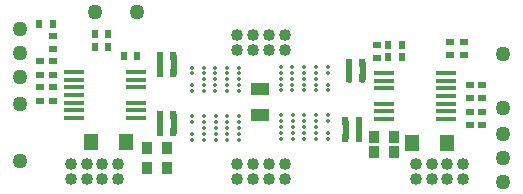
<source format=gbr>
G04 #@! TF.GenerationSoftware,KiCad,Pcbnew,(5.0.0)*
G04 #@! TF.CreationDate,2019-06-25T10:28:51-07:00*
G04 #@! TF.ProjectId,Buffer,4275666665722E6B696361645F706362,rev?*
G04 #@! TF.SameCoordinates,Original*
G04 #@! TF.FileFunction,Soldermask,Top*
G04 #@! TF.FilePolarity,Negative*
%FSLAX46Y46*%
G04 Gerber Fmt 4.6, Leading zero omitted, Abs format (unit mm)*
G04 Created by KiCad (PCBNEW (5.0.0)) date 06/25/19 10:28:51*
%MOMM*%
%LPD*%
G01*
G04 APERTURE LIST*
%ADD10C,1.016000*%
%ADD11R,1.750000X0.300000*%
%ADD12C,1.270000*%
%ADD13R,1.500000X1.016000*%
%ADD14R,0.711000X0.508000*%
%ADD15R,0.508000X0.711000*%
%ADD16R,0.889000X1.000000*%
%ADD17R,1.300000X1.400000*%
%ADD18C,0.350000*%
%ADD19C,0.254000*%
G04 APERTURE END LIST*
D10*
G04 #@! TO.C,TP2*
X19750000Y12300000D03*
G04 #@! TD*
D11*
G04 #@! TO.C,Inf1*
X9854000Y6548200D03*
X9854000Y7198200D03*
X9854000Y7848200D03*
X9854000Y9148200D03*
X9854000Y9798200D03*
X4604000Y6548200D03*
X4604000Y7198200D03*
X4604000Y7848200D03*
X4604000Y8498200D03*
X4604000Y9148200D03*
X4604000Y9798200D03*
X4604000Y10448200D03*
X9854000Y10448200D03*
G04 #@! TD*
G04 #@! TO.C,Inf2*
X30850300Y6468200D03*
X36100300Y6468200D03*
X36100300Y7118200D03*
X36100300Y7768200D03*
X36100300Y8418200D03*
X36100300Y9068200D03*
X36100300Y9718200D03*
X36100300Y10368200D03*
X30850300Y7118200D03*
X30850300Y7768200D03*
X30850300Y9068200D03*
X30850300Y9718200D03*
X30850300Y10368200D03*
G04 #@! TD*
D12*
G04 #@! TO.C,TP1*
X9906000Y15494000D03*
G04 #@! TD*
D10*
G04 #@! TO.C,TP2*
X21082000Y12334900D03*
G04 #@! TD*
G04 #@! TO.C,TP2*
X18415000Y12334900D03*
G04 #@! TD*
G04 #@! TO.C,TP2*
X18415000Y13604900D03*
G04 #@! TD*
G04 #@! TO.C,TP2*
X22415500Y12334900D03*
G04 #@! TD*
G04 #@! TO.C,TP2*
X21082000Y13604900D03*
G04 #@! TD*
G04 #@! TO.C,TP2*
X22415500Y13604900D03*
G04 #@! TD*
G04 #@! TO.C,TP2*
X19748500Y13604900D03*
G04 #@! TD*
G04 #@! TO.C,TP2*
X21082000Y1397000D03*
G04 #@! TD*
G04 #@! TO.C,TP2*
X22415500Y1397000D03*
G04 #@! TD*
G04 #@! TO.C,TP2*
X8318500Y1397000D03*
G04 #@! TD*
G04 #@! TO.C,TP2*
X37528500Y1397000D03*
G04 #@! TD*
G04 #@! TO.C,TP2*
X36195000Y1397000D03*
G04 #@! TD*
G04 #@! TO.C,TP2*
X33528000Y2667000D03*
G04 #@! TD*
G04 #@! TO.C,TP2*
X33528000Y1397000D03*
G04 #@! TD*
G04 #@! TO.C,TP2*
X36195000Y2667000D03*
G04 #@! TD*
G04 #@! TO.C,TP2*
X34861500Y2667000D03*
G04 #@! TD*
G04 #@! TO.C,TP2*
X34861500Y1397000D03*
G04 #@! TD*
G04 #@! TO.C,TP2*
X37528500Y2667000D03*
G04 #@! TD*
D12*
G04 #@! TO.C,TP11*
X40894000Y7366000D03*
G04 #@! TD*
D10*
G04 #@! TO.C,TP2*
X19748500Y1397000D03*
G04 #@! TD*
G04 #@! TO.C,TP2*
X18415000Y1397000D03*
G04 #@! TD*
G04 #@! TO.C,TP2*
X22415500Y2667000D03*
G04 #@! TD*
G04 #@! TO.C,TP2*
X21082000Y2667000D03*
G04 #@! TD*
G04 #@! TO.C,TP2*
X19748500Y2667000D03*
G04 #@! TD*
G04 #@! TO.C,TP2*
X18415000Y2667000D03*
G04 #@! TD*
G04 #@! TO.C,TP2*
X6985000Y2667000D03*
G04 #@! TD*
G04 #@! TO.C,TP2*
X5638800Y2667000D03*
G04 #@! TD*
G04 #@! TO.C,TP2*
X8318500Y2667000D03*
G04 #@! TD*
G04 #@! TO.C,TP2*
X6985000Y1397000D03*
G04 #@! TD*
G04 #@! TO.C,TP2*
X5651500Y1397000D03*
G04 #@! TD*
G04 #@! TO.C,TP2*
X4318000Y2667000D03*
G04 #@! TD*
G04 #@! TO.C,TP2*
X4318000Y1397000D03*
G04 #@! TD*
D13*
G04 #@! TO.C,C13*
X20307300Y6777700D03*
X20307300Y8995700D03*
G04 #@! TD*
D12*
G04 #@! TO.C,TP16*
X0Y12065000D03*
G04 #@! TD*
G04 #@! TO.C,TP15*
X6350000Y15494000D03*
G04 #@! TD*
G04 #@! TO.C,TP17*
X0Y14097000D03*
G04 #@! TD*
G04 #@! TO.C,TP5*
X40894000Y3175000D03*
G04 #@! TD*
G04 #@! TO.C,TP10*
X40894000Y11938000D03*
G04 #@! TD*
G04 #@! TO.C,TP9*
X40894000Y5207000D03*
G04 #@! TD*
G04 #@! TO.C,TP6*
X0Y7731000D03*
G04 #@! TD*
G04 #@! TO.C,TP4*
X40894000Y1143000D03*
G04 #@! TD*
G04 #@! TO.C,TP3*
X0Y2921000D03*
G04 #@! TD*
G04 #@! TO.C,TP2*
X0Y10033000D03*
G04 #@! TD*
D14*
G04 #@! TO.C,C1*
X2794000Y13521000D03*
X2794000Y12387000D03*
G04 #@! TD*
G04 #@! TO.C,C2*
X2800000Y9167000D03*
X2800000Y8033000D03*
G04 #@! TD*
G04 #@! TO.C,C3*
X2800000Y10233000D03*
X2800000Y11367000D03*
G04 #@! TD*
D15*
G04 #@! TO.C,C4*
X8767500Y11811000D03*
X9901500Y11811000D03*
G04 #@! TD*
D16*
G04 #@! TO.C,C5*
X10759561Y4005246D03*
X12459561Y4005246D03*
G04 #@! TD*
G04 #@! TO.C,C6*
X12445693Y2325142D03*
X10745693Y2325142D03*
G04 #@! TD*
G04 #@! TO.C,C7*
X29934800Y4978400D03*
X31634800Y4978400D03*
G04 #@! TD*
D15*
G04 #@! TO.C,C8*
X32317000Y11684000D03*
X31183000Y11684000D03*
G04 #@! TD*
D16*
G04 #@! TO.C,C9*
X31634800Y3632200D03*
X29934800Y3632200D03*
G04 #@! TD*
D14*
G04 #@! TO.C,C10*
X38100000Y5933000D03*
X38100000Y7067000D03*
G04 #@! TD*
G04 #@! TO.C,C11*
X38100000Y8233000D03*
X38100000Y9367000D03*
G04 #@! TD*
G04 #@! TO.C,C12*
X37592000Y11879000D03*
X37592000Y13013000D03*
G04 #@! TD*
D17*
G04 #@! TO.C,D1*
X8943000Y4508500D03*
X6043000Y4508500D03*
G04 #@! TD*
D15*
G04 #@! TO.C,D2*
X11833000Y10400000D03*
X12967000Y10400000D03*
G04 #@! TD*
G04 #@! TO.C,D3*
X12967000Y5400000D03*
X11833000Y5400000D03*
G04 #@! TD*
G04 #@! TO.C,D4*
X28667000Y4900000D03*
X27533000Y4900000D03*
G04 #@! TD*
G04 #@! TO.C,D5*
X28967000Y9900000D03*
X27833000Y9900000D03*
G04 #@! TD*
D17*
G04 #@! TO.C,D6*
X33221000Y4445000D03*
X36121000Y4445000D03*
G04 #@! TD*
D18*
G04 #@! TO.C,Q1*
X14561193Y6700042D03*
X15561193Y6700042D03*
X16561193Y6700042D03*
X17561193Y6700042D03*
X18561193Y6700042D03*
X14561193Y6200042D03*
X15561193Y6200042D03*
X16561193Y6200042D03*
X17561193Y6200042D03*
X18561193Y6200042D03*
X15561193Y5700042D03*
X16561193Y5700042D03*
X17561193Y5700042D03*
X18561193Y5700042D03*
X14561193Y5200042D03*
X15561193Y5200042D03*
X16561193Y5200042D03*
X17561193Y5200042D03*
X18561193Y5200042D03*
X14561193Y4700042D03*
X15561193Y4700042D03*
X16561193Y4700042D03*
X17561193Y4700042D03*
X18561193Y4700042D03*
G04 #@! TD*
G04 #@! TO.C,Q2*
X18548493Y8822342D03*
X17548493Y8822342D03*
X16548493Y8822342D03*
X15548493Y8822342D03*
X14548493Y8822342D03*
X18548493Y9322342D03*
X17548493Y9322342D03*
X16548493Y9322342D03*
X15548493Y9322342D03*
X14548493Y9322342D03*
X18548493Y9822342D03*
X17548493Y9822342D03*
X16548493Y9822342D03*
X15548493Y9822342D03*
X18548493Y10322342D03*
X17548493Y10322342D03*
X16548493Y10322342D03*
X15548493Y10322342D03*
X14548493Y10322342D03*
X18548493Y10822342D03*
X17548493Y10822342D03*
X16548493Y10822342D03*
X15548493Y10822342D03*
X14548493Y10822342D03*
G04 #@! TD*
G04 #@! TO.C,Q3*
X22079200Y6763542D03*
X23079200Y6763542D03*
X24079200Y6763542D03*
X25079200Y6763542D03*
X26079200Y6763542D03*
X22079200Y6263542D03*
X23079200Y6263542D03*
X24079200Y6263542D03*
X25079200Y6263542D03*
X26079200Y6263542D03*
X22079200Y5763542D03*
X23079200Y5763542D03*
X24079200Y5763542D03*
X25079200Y5763542D03*
X22079200Y5263542D03*
X23079200Y5263542D03*
X24079200Y5263542D03*
X25079200Y5263542D03*
X26079200Y5263542D03*
X22079200Y4763542D03*
X23079200Y4763542D03*
X24079200Y4763542D03*
X25079200Y4763542D03*
X26079200Y4763542D03*
G04 #@! TD*
G04 #@! TO.C,Q4*
X26067793Y8885842D03*
X25067793Y8885842D03*
X24067793Y8885842D03*
X23067793Y8885842D03*
X22067793Y8885842D03*
X26067793Y9385842D03*
X25067793Y9385842D03*
X24067793Y9385842D03*
X23067793Y9385842D03*
X22067793Y9385842D03*
X25067793Y9885842D03*
X24067793Y9885842D03*
X23067793Y9885842D03*
X22067793Y9885842D03*
X26067793Y10385842D03*
X25067793Y10385842D03*
X24067793Y10385842D03*
X23067793Y10385842D03*
X22067793Y10385842D03*
X26067793Y10885842D03*
X25067793Y10885842D03*
X24067793Y10885842D03*
X23067793Y10885842D03*
X22067793Y10885842D03*
G04 #@! TD*
D15*
G04 #@! TO.C,R1*
X1638000Y14497000D03*
X2772000Y14497000D03*
G04 #@! TD*
D14*
G04 #@! TO.C,R2*
X1700000Y11367000D03*
X1700000Y10233000D03*
G04 #@! TD*
G04 #@! TO.C,R3*
X1700000Y9167001D03*
X1700000Y8032999D03*
G04 #@! TD*
D15*
G04 #@! TO.C,R4*
X6333000Y13700000D03*
X7467000Y13700000D03*
G04 #@! TD*
G04 #@! TO.C,R5*
X7490001Y12527872D03*
X6356001Y12527872D03*
G04 #@! TD*
G04 #@! TO.C,R6*
X12967000Y11800000D03*
X11833000Y11800000D03*
G04 #@! TD*
G04 #@! TO.C,R7*
X12967000Y6800000D03*
X11833000Y6800000D03*
G04 #@! TD*
G04 #@! TO.C,R8*
X28667000Y6300000D03*
X27533000Y6300000D03*
G04 #@! TD*
G04 #@! TO.C,R9*
X27833000Y11200000D03*
X28967000Y11200000D03*
G04 #@! TD*
G04 #@! TO.C,R10*
X32317000Y12700000D03*
X31183000Y12700000D03*
G04 #@! TD*
D14*
G04 #@! TO.C,R11*
X30226000Y11635942D03*
X30226000Y12769942D03*
G04 #@! TD*
G04 #@! TO.C,R12*
X39100000Y8233000D03*
X39100000Y9367000D03*
G04 #@! TD*
G04 #@! TO.C,R13*
X39100000Y7067000D03*
X39100000Y5933000D03*
G04 #@! TD*
G04 #@! TO.C,R14*
X36449000Y13013000D03*
X36449000Y11879000D03*
G04 #@! TD*
D19*
G36*
X11918803Y11969603D02*
X11963400Y11861937D01*
X11963400Y10337663D01*
X11918803Y10229997D01*
X11836400Y10195864D01*
X11753997Y10229997D01*
X11709400Y10337663D01*
X11709400Y11861937D01*
X11753997Y11969603D01*
X11836400Y12003736D01*
X11918803Y11969603D01*
X11918803Y11969603D01*
G37*
X11918803Y11969603D02*
X11963400Y11861937D01*
X11963400Y10337663D01*
X11918803Y10229997D01*
X11836400Y10195864D01*
X11753997Y10229997D01*
X11709400Y10337663D01*
X11709400Y11861937D01*
X11753997Y11969603D01*
X11836400Y12003736D01*
X11918803Y11969603D01*
G36*
X13051643Y11941271D02*
X13096240Y11833605D01*
X13096240Y10309331D01*
X13051643Y10201665D01*
X12969240Y10167532D01*
X12886837Y10201665D01*
X12842240Y10309331D01*
X12842240Y11833605D01*
X12886837Y11941271D01*
X12969240Y11975404D01*
X13051643Y11941271D01*
X13051643Y11941271D01*
G37*
X13051643Y11941271D02*
X13096240Y11833605D01*
X13096240Y10309331D01*
X13051643Y10201665D01*
X12969240Y10167532D01*
X12886837Y10201665D01*
X12842240Y10309331D01*
X12842240Y11833605D01*
X12886837Y11941271D01*
X12969240Y11975404D01*
X13051643Y11941271D01*
G36*
X11914839Y6974539D02*
X11958320Y6869567D01*
X11958320Y5330139D01*
X11914212Y5224029D01*
X11833150Y5190810D01*
X11751560Y5225025D01*
X11707535Y5332243D01*
X11711271Y6869301D01*
X11755063Y6974483D01*
X11835088Y7007573D01*
X11914839Y6974539D01*
X11914839Y6974539D01*
G37*
X11914839Y6974539D02*
X11958320Y6869567D01*
X11958320Y5330139D01*
X11914212Y5224029D01*
X11833150Y5190810D01*
X11751560Y5225025D01*
X11707535Y5332243D01*
X11711271Y6869301D01*
X11755063Y6974483D01*
X11835088Y7007573D01*
X11914839Y6974539D01*
G36*
X13050219Y6982159D02*
X13093700Y6877187D01*
X13093700Y5337759D01*
X13049592Y5231649D01*
X12968530Y5198430D01*
X12886940Y5232645D01*
X12842915Y5339863D01*
X12846651Y6876921D01*
X12890443Y6982103D01*
X12970468Y7015193D01*
X13050219Y6982159D01*
X13050219Y6982159D01*
G37*
X13050219Y6982159D02*
X13093700Y6877187D01*
X13093700Y5337759D01*
X13049592Y5231649D01*
X12968530Y5198430D01*
X12886940Y5232645D01*
X12842915Y5339863D01*
X12846651Y6876921D01*
X12890443Y6982103D01*
X12970468Y7015193D01*
X13050219Y6982159D01*
G36*
X27913742Y11383207D02*
X27958132Y11276328D01*
X27959967Y9824442D01*
X27915536Y9716887D01*
X27833299Y9682793D01*
X27750917Y9716917D01*
X27706320Y9824583D01*
X27706320Y11276467D01*
X27750545Y11383235D01*
X27832073Y11417005D01*
X27913742Y11383207D01*
X27913742Y11383207D01*
G37*
X27913742Y11383207D02*
X27958132Y11276328D01*
X27959967Y9824442D01*
X27915536Y9716887D01*
X27833299Y9682793D01*
X27750917Y9716917D01*
X27706320Y9824583D01*
X27706320Y11276467D01*
X27750545Y11383235D01*
X27832073Y11417005D01*
X27913742Y11383207D01*
G36*
X29051662Y11395907D02*
X29096052Y11289028D01*
X29097887Y9837142D01*
X29053456Y9729587D01*
X28971219Y9695493D01*
X28888837Y9729617D01*
X28844240Y9837283D01*
X28844240Y11289167D01*
X28888465Y11395935D01*
X28969993Y11429705D01*
X29051662Y11395907D01*
X29051662Y11395907D01*
G37*
X29051662Y11395907D02*
X29096052Y11289028D01*
X29097887Y9837142D01*
X29053456Y9729587D01*
X28971219Y9695493D01*
X28888837Y9729617D01*
X28844240Y9837283D01*
X28844240Y11289167D01*
X28888465Y11395935D01*
X28969993Y11429705D01*
X29051662Y11395907D01*
G36*
X27615761Y6401383D02*
X27660959Y6294790D01*
X27662781Y4853289D01*
X27616202Y4738144D01*
X27528008Y4699279D01*
X27444388Y4731774D01*
X27398980Y4839159D01*
X27398980Y6280661D01*
X27445364Y6395026D01*
X27532858Y6433560D01*
X27615761Y6401383D01*
X27615761Y6401383D01*
G37*
X27615761Y6401383D02*
X27660959Y6294790D01*
X27662781Y4853289D01*
X27616202Y4738144D01*
X27528008Y4699279D01*
X27444388Y4731774D01*
X27398980Y4839159D01*
X27398980Y6280661D01*
X27445364Y6395026D01*
X27532858Y6433560D01*
X27615761Y6401383D01*
G36*
X28751942Y6399101D02*
X28796332Y6292222D01*
X28798167Y4840336D01*
X28753736Y4732781D01*
X28671499Y4698687D01*
X28589117Y4732811D01*
X28544520Y4840477D01*
X28544520Y6292361D01*
X28588745Y6399129D01*
X28670273Y6432899D01*
X28751942Y6399101D01*
X28751942Y6399101D01*
G37*
X28751942Y6399101D02*
X28796332Y6292222D01*
X28798167Y4840336D01*
X28753736Y4732781D01*
X28671499Y4698687D01*
X28589117Y4732811D01*
X28544520Y4840477D01*
X28544520Y6292361D01*
X28588745Y6399129D01*
X28670273Y6432899D01*
X28751942Y6399101D01*
M02*

</source>
